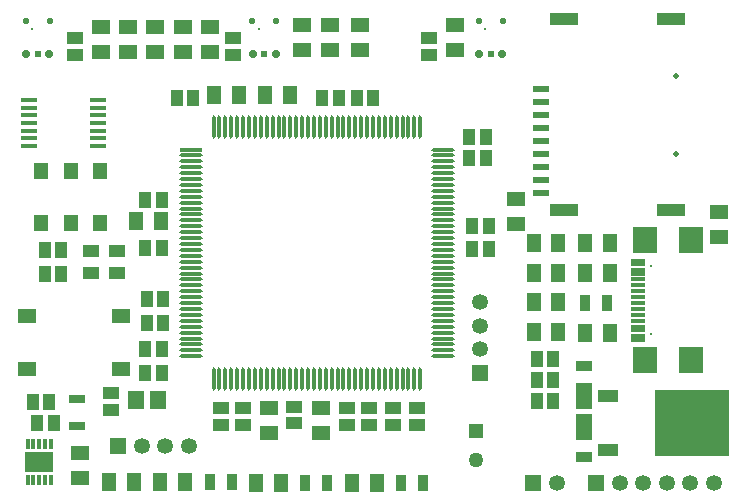
<source format=gbr>
%TF.GenerationSoftware,Altium Limited,Altium Designer,21.9.2 (33)*%
G04 Layer_Color=255*
%FSLAX45Y45*%
%MOMM*%
%TF.SameCoordinates,8C9FB855-A7A5-4AEE-82B0-D85B10D48A85*%
%TF.FilePolarity,Positive*%
%TF.FileFunction,Pads,Top*%
%TF.Part,Single*%
G01*
G75*
%TA.AperFunction,SMDPad,CuDef*%
%ADD11R,1.50000X1.20000*%
%TA.AperFunction,ConnectorPad*%
%ADD12R,1.15000X0.30000*%
%ADD13R,2.00000X2.18000*%
%ADD14R,1.40000X0.62000*%
%ADD15R,2.40000X1.10000*%
%TA.AperFunction,SMDPad,CuDef*%
%ADD16R,0.90000X1.40000*%
%ADD17R,1.10000X1.35000*%
%ADD18R,1.45000X0.75000*%
%ADD19R,0.25000X0.25000*%
%ADD20C,0.72300*%
%ADD21C,0.56200*%
%ADD22C,0.61200*%
G04:AMPARAMS|DCode=23|XSize=0.31247mm|YSize=1.95524mm|CornerRadius=0.15624mm|HoleSize=0mm|Usage=FLASHONLY|Rotation=0.000|XOffset=0mm|YOffset=0mm|HoleType=Round|Shape=RoundedRectangle|*
%AMROUNDEDRECTD23*
21,1,0.31247,1.64277,0,0,0.0*
21,1,0.00000,1.95524,0,0,0.0*
1,1,0.31247,0.00000,-0.82138*
1,1,0.31247,0.00000,-0.82138*
1,1,0.31247,0.00000,0.82138*
1,1,0.31247,0.00000,0.82138*
%
%ADD23ROUNDEDRECTD23*%
G04:AMPARAMS|DCode=24|XSize=1.95524mm|YSize=0.31247mm|CornerRadius=0.15624mm|HoleSize=0mm|Usage=FLASHONLY|Rotation=0.000|XOffset=0mm|YOffset=0mm|HoleType=Round|Shape=RoundedRectangle|*
%AMROUNDEDRECTD24*
21,1,1.95524,0.00000,0,0,0.0*
21,1,1.64277,0.31247,0,0,0.0*
1,1,0.31247,0.82138,0.00000*
1,1,0.31247,-0.82138,0.00000*
1,1,0.31247,-0.82138,0.00000*
1,1,0.31247,0.82138,0.00000*
%
%ADD24ROUNDEDRECTD24*%
%ADD25R,1.95524X0.31247*%
%ADD26R,1.35000X1.10000*%
%ADD27R,6.35000X5.55000*%
%ADD28R,1.75000X1.00000*%
%ADD29R,1.20000X1.50000*%
%ADD30R,1.55000X1.30000*%
%ADD31R,1.45000X1.05000*%
%ADD32R,1.45490X1.55620*%
%ADD33R,1.20000X1.40000*%
%ADD34R,2.45000X1.70000*%
%ADD35R,0.30000X0.85000*%
%ADD36R,1.40000X0.90000*%
%ADD37R,1.40000X2.20000*%
%ADD38R,1.47500X0.45000*%
%TA.AperFunction,ComponentPad*%
%ADD41C,0.32500*%
%ADD42C,0.47500*%
%ADD43R,1.35000X1.35000*%
%ADD44C,1.35000*%
%ADD45R,1.35000X1.35000*%
%ADD46C,1.27500*%
%ADD47R,1.27500X1.27500*%
D11*
X17627600Y8871400D02*
D03*
Y8661400D02*
D03*
X15913100Y8982300D02*
D03*
Y8772300D02*
D03*
X13817599Y7000804D02*
D03*
Y7210801D02*
D03*
X14262100D02*
D03*
Y7000804D02*
D03*
X12395200Y10232796D02*
D03*
Y10442793D02*
D03*
X15392400Y10455499D02*
D03*
Y10245496D02*
D03*
X14097000Y10245500D02*
D03*
Y10455497D02*
D03*
X13093700Y10232796D02*
D03*
Y10442799D02*
D03*
X12623800D02*
D03*
Y10232796D02*
D03*
X12217400Y6835999D02*
D03*
Y6625996D02*
D03*
X14592300Y10245501D02*
D03*
Y10455504D02*
D03*
X14338300Y10245496D02*
D03*
Y10455499D02*
D03*
X12852400Y10232796D02*
D03*
Y10442793D02*
D03*
X13322301Y10442799D02*
D03*
Y10232796D02*
D03*
D12*
X16942297Y7792999D02*
D03*
Y7872999D02*
D03*
Y8003002D02*
D03*
Y8103001D02*
D03*
Y8152999D02*
D03*
Y8252998D02*
D03*
Y8383001D02*
D03*
Y8463001D02*
D03*
Y8432998D02*
D03*
Y8352998D02*
D03*
Y8303001D02*
D03*
Y8203001D02*
D03*
Y8052999D02*
D03*
Y7952999D02*
D03*
Y7903002D02*
D03*
Y7823002D02*
D03*
D13*
X17392802Y7616998D02*
D03*
Y8639002D02*
D03*
X16999799Y7616998D02*
D03*
Y8639002D02*
D03*
D14*
X16118500Y9913300D02*
D03*
Y9803303D02*
D03*
Y9693300D02*
D03*
Y9583303D02*
D03*
Y9473301D02*
D03*
Y9363304D02*
D03*
Y9253301D02*
D03*
Y9143304D02*
D03*
Y9033302D02*
D03*
D15*
X16318500Y8895304D02*
D03*
X17218497D02*
D03*
Y10510302D02*
D03*
X16318500D02*
D03*
D16*
X13315701Y6591300D02*
D03*
X13505704D02*
D03*
X14122400Y6578600D02*
D03*
X14312402D02*
D03*
X14935201D02*
D03*
X15125201D02*
D03*
X16491199Y8102600D02*
D03*
X16681201D02*
D03*
D17*
X12909702Y8566302D02*
D03*
X12769703D02*
D03*
X11957202Y7264400D02*
D03*
X11817203D02*
D03*
X11995302Y7086600D02*
D03*
X11855298D02*
D03*
X13036398Y9836302D02*
D03*
X13176398D02*
D03*
X14268303D02*
D03*
X14408302D02*
D03*
X14560403D02*
D03*
X14700401D02*
D03*
X15678302Y8559800D02*
D03*
X15538303D02*
D03*
X15652902Y9328302D02*
D03*
X15512903D02*
D03*
X15652902Y9506102D02*
D03*
X15512903D02*
D03*
X15678302Y8756802D02*
D03*
X15538303D02*
D03*
X12922401Y8134502D02*
D03*
X12782403D02*
D03*
X12922401Y7931302D02*
D03*
X12782403D02*
D03*
X11918798Y8350397D02*
D03*
X12058797D02*
D03*
X12769698Y7715402D02*
D03*
X12909697D02*
D03*
X12769698Y7512202D02*
D03*
X12909697D02*
D03*
X12058797Y8553602D02*
D03*
X11918798D02*
D03*
X12769703Y8972702D02*
D03*
X12909702D02*
D03*
X16224402Y7454900D02*
D03*
X16084402D02*
D03*
X16084398Y7632700D02*
D03*
X16224402D02*
D03*
Y7277100D02*
D03*
X16084398D02*
D03*
D18*
X12192000Y7060499D02*
D03*
Y7290501D02*
D03*
D19*
X15650200Y10424500D02*
D03*
X11814800D02*
D03*
X13732504D02*
D03*
D20*
X15600600Y10213650D02*
D03*
X15793800D02*
D03*
X11958401D02*
D03*
X11765199D02*
D03*
X13876102D02*
D03*
X13682904D02*
D03*
D21*
X15595702Y10487350D02*
D03*
X15798698D02*
D03*
X11963298D02*
D03*
X11760297D02*
D03*
X13881003D02*
D03*
X13678001D02*
D03*
D22*
X15697200Y10213650D02*
D03*
X11861800D02*
D03*
X13779500D02*
D03*
D23*
X13349001Y9595749D02*
D03*
X13398997D02*
D03*
X13449001D02*
D03*
X13498997D02*
D03*
X13549001D02*
D03*
X13599004D02*
D03*
X13649001D02*
D03*
X13699002D02*
D03*
X13749001D02*
D03*
X13799002D02*
D03*
X13848999D02*
D03*
X13899002D02*
D03*
X13948999D02*
D03*
X13999002D02*
D03*
X14048999D02*
D03*
X14099002D02*
D03*
X14148999D02*
D03*
X14199001D02*
D03*
X14248999D02*
D03*
X14299001D02*
D03*
X14348997D02*
D03*
X14399001D02*
D03*
X14448997D02*
D03*
X14499001D02*
D03*
X14548997D02*
D03*
X14599001D02*
D03*
X14648997D02*
D03*
X14699001D02*
D03*
X14748997D02*
D03*
X14799001D02*
D03*
X14849004D02*
D03*
X14899001D02*
D03*
X14949002D02*
D03*
X14999001D02*
D03*
X15049002D02*
D03*
X15099001D02*
D03*
Y7460656D02*
D03*
X15049002D02*
D03*
X14999001D02*
D03*
X14949002D02*
D03*
X14899001D02*
D03*
X14849004D02*
D03*
X14799001D02*
D03*
X14748997D02*
D03*
X14699001D02*
D03*
X14648997D02*
D03*
X14599001D02*
D03*
X14548997D02*
D03*
X14499001D02*
D03*
X14448997D02*
D03*
X14399001D02*
D03*
X14348997D02*
D03*
X14299001D02*
D03*
X14248999D02*
D03*
X14199001D02*
D03*
X14148999D02*
D03*
X14099002D02*
D03*
X14048999D02*
D03*
X13999002D02*
D03*
X13948999D02*
D03*
X13899002D02*
D03*
X13848999D02*
D03*
X13799002D02*
D03*
X13749001D02*
D03*
X13699002D02*
D03*
X13649001D02*
D03*
X13599004D02*
D03*
X13549001D02*
D03*
X13498997D02*
D03*
X13449001D02*
D03*
X13398997D02*
D03*
X13349001D02*
D03*
D24*
X15291547Y9403202D02*
D03*
Y9353205D02*
D03*
Y9303202D02*
D03*
Y9253205D02*
D03*
Y9203202D02*
D03*
Y9153205D02*
D03*
Y9103203D02*
D03*
Y9053200D02*
D03*
Y9003203D02*
D03*
Y8953200D02*
D03*
Y8903203D02*
D03*
Y8853200D02*
D03*
Y8803203D02*
D03*
Y8753201D02*
D03*
Y8703203D02*
D03*
Y8653201D02*
D03*
Y8603204D02*
D03*
Y8553201D02*
D03*
Y8503204D02*
D03*
Y8453201D02*
D03*
Y8403204D02*
D03*
Y8353201D02*
D03*
Y8303204D02*
D03*
Y8253202D02*
D03*
Y8203204D02*
D03*
Y8153202D02*
D03*
Y8103205D02*
D03*
Y8053202D02*
D03*
Y8003205D02*
D03*
Y7953202D02*
D03*
Y7903205D02*
D03*
Y7853202D02*
D03*
Y7803200D02*
D03*
Y7753203D02*
D03*
Y7703200D02*
D03*
Y7653203D02*
D03*
X13156453D02*
D03*
Y7703200D02*
D03*
Y7753203D02*
D03*
Y7803200D02*
D03*
Y7853202D02*
D03*
Y7903205D02*
D03*
Y7953202D02*
D03*
Y8003205D02*
D03*
Y8053202D02*
D03*
Y8103205D02*
D03*
Y8153202D02*
D03*
Y8203204D02*
D03*
Y8253202D02*
D03*
Y8303204D02*
D03*
Y8353201D02*
D03*
Y8403204D02*
D03*
Y8453201D02*
D03*
Y8503204D02*
D03*
Y8553201D02*
D03*
Y8603204D02*
D03*
Y8653201D02*
D03*
Y8703203D02*
D03*
Y8753201D02*
D03*
Y8803203D02*
D03*
Y8853200D02*
D03*
Y8903203D02*
D03*
Y8953200D02*
D03*
Y9003203D02*
D03*
Y9053200D02*
D03*
Y9103203D02*
D03*
Y9153205D02*
D03*
Y9203202D02*
D03*
Y9253205D02*
D03*
Y9303202D02*
D03*
Y9353205D02*
D03*
D25*
Y9403202D02*
D03*
D26*
X12179300Y10204303D02*
D03*
Y10344302D02*
D03*
X15074899Y7213905D02*
D03*
Y7073905D02*
D03*
X14668500Y7213900D02*
D03*
Y7073900D02*
D03*
X14871700D02*
D03*
Y7213900D02*
D03*
X14478000Y7073900D02*
D03*
Y7213900D02*
D03*
X14033501Y7226605D02*
D03*
Y7086605D02*
D03*
X13411200Y7213905D02*
D03*
Y7073905D02*
D03*
X13601700Y7213905D02*
D03*
Y7073900D02*
D03*
X12484100Y7340900D02*
D03*
Y7200900D02*
D03*
X15176500Y10344302D02*
D03*
Y10204298D02*
D03*
X13512801Y10344302D02*
D03*
Y10204303D02*
D03*
D27*
X17399001Y7086600D02*
D03*
D28*
X16688998Y6858102D02*
D03*
Y7315098D02*
D03*
D29*
X13916000Y6578600D02*
D03*
X13706003D02*
D03*
X13106598Y6591300D02*
D03*
X12896600D02*
D03*
X14728799Y6578600D02*
D03*
X14518803D02*
D03*
X13788802Y9861702D02*
D03*
X13998804D02*
D03*
X13357001D02*
D03*
X13566998D02*
D03*
X12906599Y8794902D02*
D03*
X12696596D02*
D03*
X12468001Y6591300D02*
D03*
X12678004D02*
D03*
X16703899Y7848600D02*
D03*
X16493901D02*
D03*
X16268700Y8610600D02*
D03*
X16058704D02*
D03*
Y7861300D02*
D03*
X16268700D02*
D03*
X16058704Y8115300D02*
D03*
X16268700D02*
D03*
X16058704Y8356600D02*
D03*
X16268700D02*
D03*
X16493901Y8610600D02*
D03*
X16703905D02*
D03*
Y8356600D02*
D03*
X16493901D02*
D03*
D30*
X11769100Y7991201D02*
D03*
X12564100D02*
D03*
X11769100Y7541199D02*
D03*
X12564100D02*
D03*
D31*
X12528103Y8359506D02*
D03*
X12313102D02*
D03*
Y8544504D02*
D03*
X12528103D02*
D03*
D32*
X12696337Y7283602D02*
D03*
X12881464D02*
D03*
D33*
X12391202Y9224300D02*
D03*
X12141200D02*
D03*
X11891198D02*
D03*
X12391202Y8784300D02*
D03*
X12141200D02*
D03*
X11891198D02*
D03*
D34*
X11874500Y6756400D02*
D03*
D35*
X11974500Y6606398D02*
D03*
X11924502D02*
D03*
X11874500D02*
D03*
X11824503D02*
D03*
X11774500D02*
D03*
Y6906402D02*
D03*
X11824503D02*
D03*
X11874500D02*
D03*
X11924502D02*
D03*
X11974500D02*
D03*
D36*
X16484599Y7569200D02*
D03*
Y6796898D02*
D03*
D37*
Y7314199D02*
D03*
Y7051899D02*
D03*
D38*
X12371502Y9821601D02*
D03*
Y9756602D02*
D03*
Y9691599D02*
D03*
Y9626600D02*
D03*
Y9561601D02*
D03*
Y9496598D02*
D03*
Y9431599D02*
D03*
X11783898D02*
D03*
Y9496598D02*
D03*
Y9561601D02*
D03*
Y9626600D02*
D03*
Y9691599D02*
D03*
Y9756602D02*
D03*
Y9821601D02*
D03*
D41*
X17049802Y7838999D02*
D03*
Y8417001D02*
D03*
D42*
X17260500Y9363304D02*
D03*
Y10023302D02*
D03*
D43*
X15608299Y7512101D02*
D03*
D44*
Y7712100D02*
D03*
Y7912100D02*
D03*
Y8112100D02*
D03*
X12741300Y6896100D02*
D03*
X12941299D02*
D03*
X13141299D02*
D03*
X16786301Y6578600D02*
D03*
X16986301D02*
D03*
X17186301D02*
D03*
X17386301D02*
D03*
X17586301D02*
D03*
X16252800D02*
D03*
D45*
X12541301Y6896100D02*
D03*
X16586302Y6578600D02*
D03*
X16052800D02*
D03*
D46*
X15570200Y6773098D02*
D03*
D47*
Y7023100D02*
D03*
%TF.MD5,5c9ce4c7c171a63d7a871ed3b637fbe2*%
M02*

</source>
